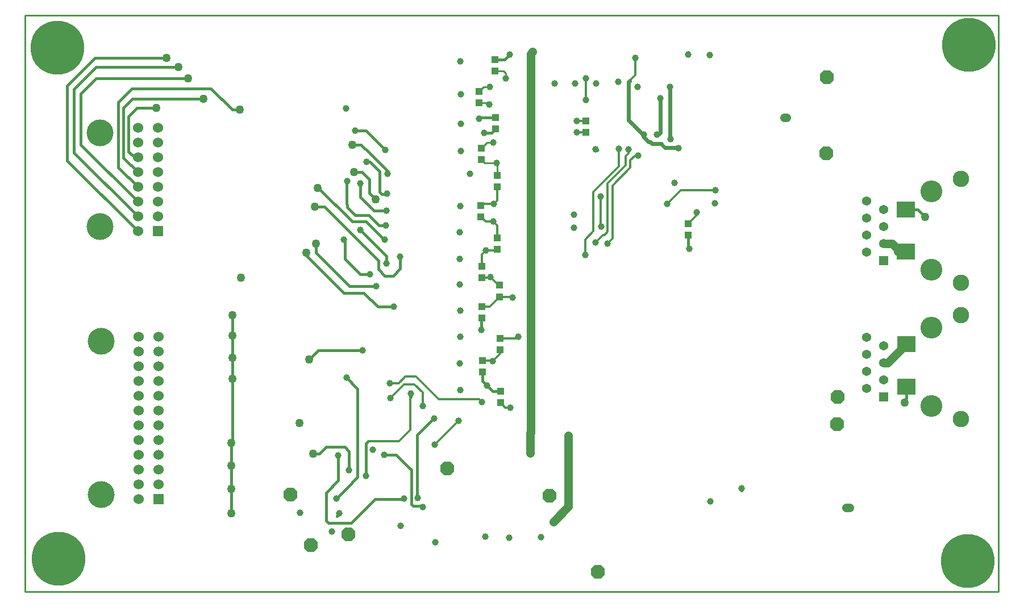
<source format=gbl>
G04 Layer_Physical_Order=4*
G04 Layer_Color=16711680*
%FSLAX44Y44*%
%MOMM*%
G71*
G01*
G75*
%ADD20R,1.1001X1.0000*%
%ADD34R,2.8001X2.4001*%
%ADD39C,0.3048*%
%ADD40C,0.4064*%
%ADD42C,0.2540*%
%ADD44C,1.2700*%
%ADD45C,0.6096*%
%ADD46C,0.4060*%
%ADD48C,4.0000*%
%ADD49C,1.5240*%
%ADD50R,1.5240X1.5240*%
%ADD51P,2.2627X8X22.5*%
%ADD52R,1.3716X1.3716*%
%ADD53C,1.3716*%
%ADD54C,2.4384*%
%ADD55C,3.2512*%
%ADD56C,8.0000*%
%ADD57C,1.0064*%
%ADD58C,1.2700*%
D20*
X961898Y553075D02*
D03*
Y536077D02*
D03*
X935228Y581543D02*
D03*
Y598541D02*
D03*
X1241552Y786013D02*
D03*
Y803011D02*
D03*
X1088898Y956173D02*
D03*
Y939175D02*
D03*
X961644Y614563D02*
D03*
Y631561D02*
D03*
X934085Y662188D02*
D03*
Y679186D02*
D03*
X961009Y693811D02*
D03*
Y710809D02*
D03*
X934339Y722513D02*
D03*
Y739511D02*
D03*
X953516Y1030742D02*
D03*
Y1047740D02*
D03*
X956945Y764423D02*
D03*
Y781421D02*
D03*
X933069Y812683D02*
D03*
Y829681D02*
D03*
X957453Y857387D02*
D03*
Y874385D02*
D03*
X933323Y898281D02*
D03*
Y915279D02*
D03*
X954278Y943747D02*
D03*
Y960745D02*
D03*
X930402Y982990D02*
D03*
Y999988D02*
D03*
D34*
X1565910Y823981D02*
D03*
Y760979D02*
D03*
X1566418Y560065D02*
D03*
Y623067D02*
D03*
D39*
X1230630Y852678D02*
X1281938D01*
X1210056Y832104D02*
X1230630Y852678D01*
X935492Y832104D02*
X952246D01*
X933069Y829681D02*
X935492Y832104D01*
X957453Y837311D02*
Y857387D01*
X952246Y832104D02*
X957453Y837311D01*
X940064Y805688D02*
X951484D01*
X933069Y812683D02*
X940064Y805688D01*
X956945Y781421D02*
Y800227D01*
X951484Y805688D02*
X956945Y800227D01*
X940308Y763016D02*
X955538D01*
X956945Y764423D01*
X934339Y739511D02*
Y757047D01*
X940308Y763016D01*
X934339Y722513D02*
X946287D01*
X946912Y723138D01*
X959241Y710809D02*
X961009D01*
X946912Y723138D02*
X959241Y710809D01*
X961009Y693811D02*
X978271D01*
X979678Y692404D01*
X934085Y679186D02*
X946386D01*
X961009Y693811D01*
X961644Y631561D02*
X986145D01*
X988568Y633984D01*
X961644Y608838D02*
Y614563D01*
X950722Y597916D02*
X961644Y608838D01*
X935228Y598541D02*
X950097D01*
X950722Y597916D01*
X1089152Y987044D02*
Y1019556D01*
X1088898Y1019810D02*
X1089152Y1019556D01*
X901446Y554990D02*
X902208D01*
X901700Y594360D02*
X901954Y594106D01*
Y593852D02*
Y594106D01*
Y634238D02*
X902208Y634492D01*
X901954Y673100D02*
X902208D01*
X902462Y672846D01*
X901700Y711708D02*
X902208D01*
X901700Y750570D02*
X902716Y749808D01*
X901700Y789686D02*
X902970Y790194D01*
X901446Y829564D02*
X902208Y829310D01*
X901446Y829564D02*
X901954Y829056D01*
X916432Y877316D02*
X920242D01*
X902716Y911352D02*
X903224Y910082D01*
Y951992D02*
X903732Y952246D01*
X969401Y528574D02*
X976376D01*
X961898Y536077D02*
X969401Y528574D01*
X864616Y327660D02*
Y328930D01*
X864870Y329184D01*
X1075573Y956173D02*
X1088898D01*
X1075436Y956310D02*
X1075573Y956173D01*
X1163320Y1024636D02*
Y1050290D01*
X1154430Y1015746D02*
X1163320Y1024636D01*
X863854Y472948D02*
X864108D01*
X899922Y508762D01*
X765302Y478028D02*
X810768D01*
X827786Y495046D01*
Y549148D01*
X828294Y549656D01*
X1111504Y798322D02*
Y843026D01*
Y798322D02*
X1111758Y798068D01*
X1138428Y888238D02*
Y914400D01*
X1100328Y850138D02*
X1138428Y888238D01*
X1100328Y791464D02*
Y850138D01*
X1088136Y779272D02*
X1100328Y791464D01*
X1088136Y756412D02*
Y779272D01*
X797052Y565150D02*
X810514D01*
X819912Y574548D01*
X836422D01*
X869696Y541274D01*
X930402D01*
X934720Y536956D01*
X846074Y530606D02*
Y550926D01*
X833628Y563372D02*
X846074Y550926D01*
X818642Y563372D02*
X833628D01*
X798322Y543052D02*
X818642Y563372D01*
X1103376Y774446D02*
X1115060Y786130D01*
X1117092D01*
X1121410Y790448D01*
Y862838D01*
X1148334Y889762D01*
Y903732D01*
X1152398Y907796D01*
Y913638D01*
X1075573Y939175D02*
X1088898D01*
X1075436Y939038D02*
X1075573Y939175D01*
X1239774Y804789D02*
X1241552Y803011D01*
X1253998Y815457D02*
Y819404D01*
X1241552Y803011D02*
X1253998Y815457D01*
X861822Y511556D02*
X862838Y512572D01*
X1162558Y904494D02*
X1167130D01*
X1155446Y897382D02*
X1162558Y904494D01*
X1155446Y886460D02*
Y897382D01*
X1128776Y859790D02*
X1155446Y886460D01*
X1128776Y780796D02*
Y859790D01*
X1121156Y773176D02*
X1128776Y780796D01*
D40*
X930519Y960999D02*
X954278Y960745D01*
X929894Y959104D02*
X930519Y960999D01*
X937768Y937768D02*
X948807Y938276D01*
X954278Y943747D01*
X933450Y644398D02*
Y661553D01*
X934085Y662188D01*
X792226Y743712D02*
Y754380D01*
X752856Y793750D02*
X792226Y754380D01*
X762254Y895096D02*
X767588D01*
X781812Y880872D01*
Y850392D02*
Y880872D01*
Y850392D02*
X785114Y847090D01*
X792734D01*
X792988Y847344D01*
X752856Y853694D02*
X753110Y862838D01*
X788924Y779018D02*
X789432D01*
X762000Y805942D02*
X788924Y779018D01*
X812800Y736092D02*
Y753364D01*
X801878Y725170D02*
X812800Y736092D01*
X789432Y725170D02*
X801878D01*
X780034Y734568D02*
X789432Y725170D01*
X780034Y734568D02*
Y747522D01*
X735838Y791718D02*
X780034Y747522D01*
X752856Y726948D02*
X767334D01*
X729996Y749808D02*
X752856Y726948D01*
X729996Y749808D02*
Y777748D01*
X728726Y779018D02*
X729996Y777748D01*
X1070229Y816610D02*
X1071499D01*
X1069594Y817245D02*
X1070229Y816610D01*
X1071118Y796925D02*
X1071245Y796671D01*
X811403Y351536D02*
X812927Y352298D01*
X902970Y995426D02*
X903478Y995680D01*
X902970Y995172D02*
X903478Y995680D01*
X901954Y1044956D02*
X902208Y1044702D01*
X1166114Y1006348D02*
X1166876Y1007364D01*
X1166622Y1007618D02*
X1166876Y1007364D01*
X771906Y465836D02*
Y466090D01*
X771652Y466344D02*
X771906Y466090D01*
X722122Y369824D02*
Y370586D01*
X718566Y366268D02*
X722122Y369824D01*
X1241552Y767080D02*
Y786013D01*
Y767080D02*
X1243584Y765048D01*
X935228Y567944D02*
Y581543D01*
Y567944D02*
X941832Y561340D01*
X950097Y553075D02*
X961898D01*
X941832Y561340D02*
X950097Y553075D01*
X702056Y360172D02*
Y401574D01*
Y360172D02*
X705358Y356870D01*
X739902D01*
X774954Y391922D01*
X817372D01*
X818642Y393192D01*
X828294Y544322D02*
Y549656D01*
X717550Y393192D02*
X732536Y408178D01*
X788924Y458470D02*
X806450D01*
X828040Y436880D01*
X828294D01*
X829564Y435610D01*
Y384048D02*
Y435610D01*
Y384048D02*
X831596Y382016D01*
X845058D01*
X846582Y380492D01*
X781050Y800100D02*
X790956D01*
X765810Y815340D02*
X781050Y800100D01*
X745490Y815340D02*
X765810D01*
X733298Y827532D02*
X745490Y815340D01*
X733044Y862584D02*
X733552Y866140D01*
X953516Y1047740D02*
X968492D01*
X975614Y1054862D01*
X729488Y976884D02*
X732028Y974344D01*
X794004Y877570D02*
Y881126D01*
X767588Y907542D02*
X794004Y881126D01*
X745490Y941832D02*
X761492D01*
X790448Y912876D01*
X838200Y487934D02*
X861822Y511556D01*
X838200Y394716D02*
Y487934D01*
Y394716D02*
X838962Y393954D01*
X733044Y862584D02*
X733239Y835663D01*
X733298Y827532D01*
X752856Y842264D02*
Y853694D01*
Y842264D02*
X773176Y821944D01*
X792480D01*
X720090Y419608D02*
Y457200D01*
X702056Y401574D02*
X720090Y419608D01*
X762000Y426720D02*
Y434848D01*
D42*
X930402Y982990D02*
X942838D01*
X945134Y980694D01*
X941588Y923544D02*
X950976D01*
X933323Y915279D02*
X941588Y923544D01*
X938286Y893318D02*
X956564D01*
X933323Y898281D02*
X938286Y893318D01*
X957453Y874385D02*
Y892429D01*
X956564Y893318D02*
X957453Y892429D01*
X1103884Y913384D02*
X1107694Y912114D01*
X969772Y1019810D02*
Y1027176D01*
X966470Y1030478D02*
X969772Y1027176D01*
X953780Y1030478D02*
X966470D01*
X953516Y1030742D02*
X953780Y1030478D01*
X937270Y1006856D02*
X946404D01*
X930402Y999988D02*
X937270Y1006856D01*
X254000Y254000D02*
X1703837D01*
X1704088Y254251D01*
Y1113539D01*
X1704340Y1113790D01*
X254000D02*
X1704340D01*
X254000Y254000D02*
Y1113790D01*
D44*
X1477264Y378968D02*
X1481836D01*
X1006856Y491490D02*
Y1056132D01*
X1009904Y1059180D01*
X1006348Y460756D02*
Y490982D01*
X1006856Y491490D01*
X1533398Y595630D02*
X1538981D01*
X1566418Y623067D01*
X1554231Y760979D02*
X1565910D01*
X1554231D02*
Y764789D01*
X1545844Y773176D02*
X1554231Y764789D01*
X1533144Y773176D02*
X1545844D01*
X1384808Y960882D02*
X1388110D01*
X1063244Y381000D02*
Y486918D01*
X1040638Y358394D02*
X1063244Y381000D01*
D45*
X1176020Y931672D02*
X1183132Y924560D01*
X1176020Y931672D02*
Y935990D01*
X1183132Y924560D02*
X1185418D01*
X1321308Y408178D02*
X1321562Y405638D01*
X1242060Y1054862D02*
Y1057402D01*
X1273810Y1054354D02*
Y1054862D01*
X1154430Y1015492D02*
Y1015746D01*
X1152906Y1013968D02*
X1154430Y1015492D01*
X1152906Y956818D02*
Y1013968D01*
Y956818D02*
X1159256Y950468D01*
X1173226Y936752D01*
X1176020Y935990D01*
X1185418Y924560D02*
X1187704Y922274D01*
X1201420D01*
X1201674Y922020D01*
Y921258D02*
Y922020D01*
Y921258D02*
X1207008Y915924D01*
X1226820D01*
X1227328Y915416D01*
X1214882Y929386D02*
Y1006856D01*
Y929386D02*
X1215136Y929132D01*
X1195324Y935228D02*
X1196848D01*
X1200150Y938530D01*
Y989584D01*
D46*
X407670Y910590D02*
X416730Y901530D01*
X421760D01*
X392430Y886860D02*
X421760Y857530D01*
X392430Y886860D02*
Y984250D01*
X412750Y1004570D01*
X530860D01*
X562610Y972820D01*
X574040D01*
X400050Y901240D02*
X421760Y879530D01*
X400050Y901240D02*
Y975360D01*
X414020Y989330D01*
X407670Y910590D02*
Y962660D01*
X420370Y975360D01*
X336550Y920740D02*
Y996950D01*
Y920740D02*
X421760Y835530D01*
X414020Y989330D02*
X519430D01*
X420370Y975360D02*
X449580D01*
X336550Y996950D02*
X359410Y1019810D01*
X496570D01*
X359410Y1036320D02*
X482600D01*
X326390Y1003300D02*
X359410Y1036320D01*
X326390Y908900D02*
Y1003300D01*
Y908900D02*
X421760Y813530D01*
X767080Y848360D02*
X775970Y839470D01*
X767080Y848360D02*
Y868680D01*
X755650Y880110D02*
X767080Y868680D01*
X744220Y880110D02*
X755650D01*
X754380Y920750D02*
X767588Y907542D01*
X741680Y920750D02*
X754380D01*
X358140Y1050290D02*
X464820D01*
X316230Y1008380D02*
X358140Y1050290D01*
X316230Y897060D02*
Y1008380D01*
Y897060D02*
X421760Y791530D01*
X740918Y805942D02*
X762000D01*
X690880Y855980D02*
X740918Y805942D01*
X689610Y855980D02*
X690880D01*
X699516Y828040D02*
X735838Y791718D01*
X685800Y828040D02*
X699516D01*
X737108Y709422D02*
X777240D01*
X687070Y759460D02*
X737108Y709422D01*
X687070Y759460D02*
Y773430D01*
X779272Y678688D02*
X803148D01*
X758190Y699770D02*
X779272Y678688D01*
X728980Y699770D02*
X758190D01*
X673100Y755650D02*
X728980Y699770D01*
X673100Y755650D02*
Y759460D01*
X690372Y614172D02*
X756666D01*
X676910Y600710D02*
X690372Y614172D01*
X562610Y571500D02*
Y603250D01*
Y636270D01*
Y666750D01*
X762000Y434848D02*
Y474726D01*
X765302Y478028D01*
X732536Y408178D02*
X749300Y424942D01*
Y556260D01*
X732536Y573024D02*
X749300Y556260D01*
X736600Y435610D02*
Y463550D01*
X730250Y469900D02*
X736600Y463550D01*
X702310Y469900D02*
X730250D01*
X692150Y459740D02*
X702310Y469900D01*
X683260Y459740D02*
X692150D01*
X561340Y370840D02*
Y407670D01*
Y441960D01*
Y476250D01*
X562610Y477520D02*
Y571500D01*
X561340Y476250D02*
X562610Y477520D01*
X1566418Y542798D02*
Y560065D01*
X1562100Y538480D02*
X1564640Y535940D01*
X1562100Y538480D02*
X1566418Y542798D01*
X1565910Y823981D02*
X1583939D01*
X1595120Y812800D01*
D48*
X366910Y399060D02*
D03*
Y627060D02*
D03*
X365760Y938530D02*
D03*
Y798530D02*
D03*
D49*
X422910Y392060D02*
D03*
Y414060D02*
D03*
Y436060D02*
D03*
Y458060D02*
D03*
Y480060D02*
D03*
Y502060D02*
D03*
Y524060D02*
D03*
Y546060D02*
D03*
Y568060D02*
D03*
Y590060D02*
D03*
Y612060D02*
D03*
Y634060D02*
D03*
X452910D02*
D03*
Y612060D02*
D03*
Y590060D02*
D03*
Y568060D02*
D03*
Y546060D02*
D03*
Y524060D02*
D03*
Y502060D02*
D03*
Y480060D02*
D03*
Y458060D02*
D03*
Y436060D02*
D03*
Y414060D02*
D03*
X421760Y791530D02*
D03*
Y813530D02*
D03*
Y835530D02*
D03*
Y857530D02*
D03*
Y879530D02*
D03*
Y901530D02*
D03*
Y923530D02*
D03*
Y945530D02*
D03*
X451760D02*
D03*
Y923530D02*
D03*
Y901530D02*
D03*
Y879530D02*
D03*
Y857530D02*
D03*
Y835530D02*
D03*
Y813530D02*
D03*
D50*
X452910Y392060D02*
D03*
X451760Y791530D02*
D03*
D51*
X735584Y339852D02*
D03*
X1107186Y283718D02*
D03*
X679450Y323342D02*
D03*
X648970Y398780D02*
D03*
X882904Y437896D02*
D03*
X1464564Y544068D02*
D03*
X1463802Y503428D02*
D03*
X1447546Y907542D02*
D03*
X1448562Y1021334D02*
D03*
X1035050Y396748D02*
D03*
D52*
X1532890Y544830D02*
D03*
Y748030D02*
D03*
D53*
X1507490Y557530D02*
D03*
X1532890Y570230D02*
D03*
X1507490Y582930D02*
D03*
X1532890Y595630D02*
D03*
X1507490Y608330D02*
D03*
X1532890Y621030D02*
D03*
X1507490Y633730D02*
D03*
Y760730D02*
D03*
X1532890Y773430D02*
D03*
X1507490Y786130D02*
D03*
X1532890Y798830D02*
D03*
X1507490Y811530D02*
D03*
X1532890Y824230D02*
D03*
X1507490Y836930D02*
D03*
D54*
X1648460Y666750D02*
D03*
Y511810D02*
D03*
Y869950D02*
D03*
Y715010D02*
D03*
D55*
X1604010Y647700D02*
D03*
Y530860D02*
D03*
Y850900D02*
D03*
Y734060D02*
D03*
D56*
X302260Y1065530D02*
D03*
X1659890Y1069340D02*
D03*
X1658620Y299720D02*
D03*
X303530Y303530D02*
D03*
D57*
X1221740Y863600D02*
D03*
X1321308Y408178D02*
D03*
X1275080Y388620D02*
D03*
X1481836Y378968D02*
D03*
X945134Y980694D02*
D03*
X929894Y959104D02*
D03*
X937768Y937768D02*
D03*
X950976Y923544D02*
D03*
X956564Y893318D02*
D03*
X952246Y832104D02*
D03*
X951484Y805688D02*
D03*
X940308Y763016D02*
D03*
X946912Y723138D02*
D03*
X979678Y692404D02*
D03*
X933450Y644398D02*
D03*
X988568Y633984D02*
D03*
X950722Y597916D02*
D03*
X1009904Y1059180D02*
D03*
X1006348Y460756D02*
D03*
X777240Y709422D02*
D03*
X792226Y743712D02*
D03*
X752856Y793750D02*
D03*
X762254Y895096D02*
D03*
X792988Y847344D02*
D03*
X792480Y821944D02*
D03*
X753110Y862838D02*
D03*
X789432Y779018D02*
D03*
X1089152Y987044D02*
D03*
X1088898Y1019810D02*
D03*
X663448Y371856D02*
D03*
X756666Y614172D02*
D03*
X812800Y753364D02*
D03*
X767334Y726948D02*
D03*
X728726Y779018D02*
D03*
X803148Y678688D02*
D03*
X1210056Y832104D02*
D03*
X1281938Y852678D02*
D03*
X1042416Y1011936D02*
D03*
X1073150D02*
D03*
X1104900Y1011428D02*
D03*
X1103884Y913384D02*
D03*
X1071499Y816610D02*
D03*
X1071245Y796671D02*
D03*
X812927Y352298D02*
D03*
X902208Y554990D02*
D03*
X901700Y594360D02*
D03*
X902208Y634492D02*
D03*
X901954Y673100D02*
D03*
X901700Y711708D02*
D03*
Y750570D02*
D03*
Y789686D02*
D03*
X902208Y829310D02*
D03*
X916432Y877316D02*
D03*
X902716Y911352D02*
D03*
X903224Y951992D02*
D03*
X902970Y995426D02*
D03*
X902208Y1044702D02*
D03*
X1137666Y1014222D02*
D03*
X1281684Y833374D02*
D03*
X1166114Y1006348D02*
D03*
X1022096Y335026D02*
D03*
X975106Y334518D02*
D03*
X939546Y335788D02*
D03*
X771906Y465836D02*
D03*
X722122Y370586D02*
D03*
X976376Y528574D02*
D03*
X864616Y327660D02*
D03*
X1388110Y960882D02*
D03*
X1242060Y1054862D02*
D03*
X1273810Y1054354D02*
D03*
X711200Y343662D02*
D03*
X1075436Y956310D02*
D03*
X1243584Y765048D02*
D03*
X1163320Y1050290D02*
D03*
X1176020Y935990D02*
D03*
X1227328Y915416D02*
D03*
X1063244Y486918D02*
D03*
X1040638Y358394D02*
D03*
X941832Y561340D02*
D03*
X818642Y393192D02*
D03*
X899922Y508762D02*
D03*
X863854Y472948D02*
D03*
X828294Y549656D02*
D03*
X732536Y573024D02*
D03*
X717550Y393192D02*
D03*
X1111504Y843026D02*
D03*
X1111758Y798068D02*
D03*
X1138428Y914400D02*
D03*
X1088136Y756412D02*
D03*
X797052Y565150D02*
D03*
X934720Y536956D02*
D03*
X1103376Y774446D02*
D03*
X846074Y530606D02*
D03*
X798322Y543052D02*
D03*
X1152398Y913638D02*
D03*
X846582Y380492D02*
D03*
X788924Y458470D02*
D03*
X1075436Y939038D02*
D03*
X1253998Y819404D02*
D03*
X790956Y800100D02*
D03*
X733552Y866140D02*
D03*
X975614Y1054862D02*
D03*
X969772Y1019810D02*
D03*
X946404Y1006856D02*
D03*
X732028Y974344D02*
D03*
X794004Y877570D02*
D03*
X745490Y941832D02*
D03*
X790448Y912876D02*
D03*
X838962Y393954D02*
D03*
X862838Y512572D02*
D03*
X1167130Y904494D02*
D03*
X1121156Y773176D02*
D03*
X1214882Y1006856D02*
D03*
X1215136Y929132D02*
D03*
X1195324Y935228D02*
D03*
X1200150Y989584D02*
D03*
X720090Y457200D02*
D03*
X762000Y426720D02*
D03*
X736600Y435610D02*
D03*
D58*
X574040Y972820D02*
D03*
X519430Y989330D02*
D03*
X449580Y975360D02*
D03*
X496570Y1019810D02*
D03*
X482600Y1036320D02*
D03*
X775970Y839470D02*
D03*
X744220Y880110D02*
D03*
X741680Y920750D02*
D03*
X464820Y1050290D02*
D03*
X689610Y855980D02*
D03*
X685800Y828040D02*
D03*
X687070Y773430D02*
D03*
X673100Y759460D02*
D03*
X676910Y600710D02*
D03*
X575310Y722630D02*
D03*
X562610Y666750D02*
D03*
Y571500D02*
D03*
Y603250D02*
D03*
Y636270D02*
D03*
X683260Y459740D02*
D03*
X561340Y476250D02*
D03*
Y370840D02*
D03*
Y407670D02*
D03*
Y441960D02*
D03*
X662940Y505460D02*
D03*
X1564640Y535940D02*
D03*
X1595120Y812800D02*
D03*
M02*

</source>
